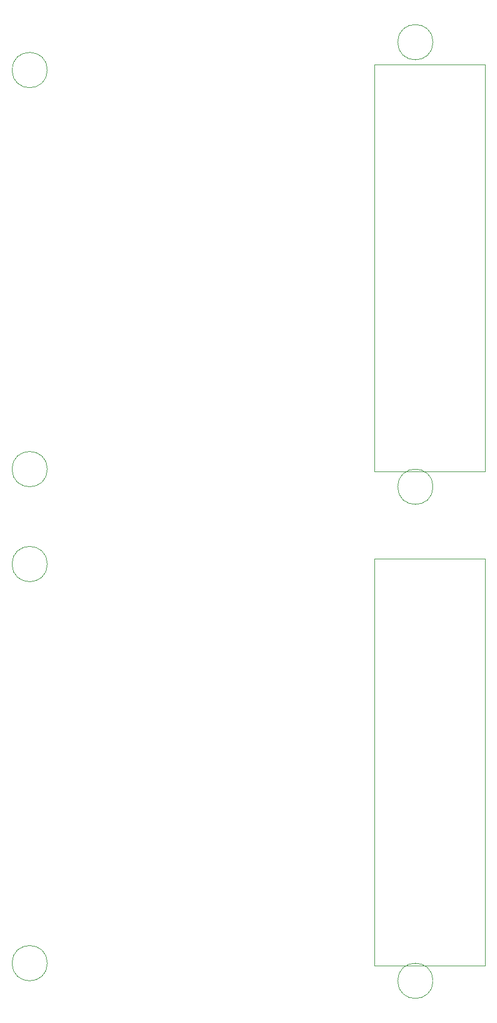
<source format=gbr>
%TF.GenerationSoftware,KiCad,Pcbnew,7.0.10-7.0.10~ubuntu22.04.1*%
%TF.CreationDate,2024-03-14T13:40:30-04:00*%
%TF.ProjectId,dioBreakOutBoard,64696f42-7265-4616-9b4f-7574426f6172,rev?*%
%TF.SameCoordinates,Original*%
%TF.FileFunction,Other,User*%
%FSLAX46Y46*%
G04 Gerber Fmt 4.6, Leading zero omitted, Abs format (unit mm)*
G04 Created by KiCad (PCBNEW 7.0.10-7.0.10~ubuntu22.04.1) date 2024-03-14 13:40:30*
%MOMM*%
%LPD*%
G01*
G04 APERTURE LIST*
%ADD10C,0.050000*%
G04 APERTURE END LIST*
D10*
%TO.C,H2*%
X232900000Y-22750000D02*
G75*
G03*
X227900000Y-22750000I-2500000J0D01*
G01*
X227900000Y-22750000D02*
G75*
G03*
X232900000Y-22750000I2500000J0D01*
G01*
%TO.C,H1*%
X178300000Y-26700000D02*
G75*
G03*
X173300000Y-26700000I-2500000J0D01*
G01*
X173300000Y-26700000D02*
G75*
G03*
X178300000Y-26700000I2500000J0D01*
G01*
%TO.C,J2*%
X240240000Y-83620000D02*
X240240000Y-25950000D01*
X240240000Y-83620000D02*
X224560000Y-83620000D01*
X240240000Y-25950000D02*
X224560000Y-25950000D01*
X224560000Y-83620000D02*
X224560000Y-25950000D01*
%TO.C,H5*%
X178300000Y-153250000D02*
G75*
G03*
X173300000Y-153250000I-2500000J0D01*
G01*
X173300000Y-153250000D02*
G75*
G03*
X178300000Y-153250000I2500000J0D01*
G01*
%TO.C,H4*%
X232900000Y-85750000D02*
G75*
G03*
X227900000Y-85750000I-2500000J0D01*
G01*
X227900000Y-85750000D02*
G75*
G03*
X232900000Y-85750000I2500000J0D01*
G01*
%TO.C,H7*%
X178300000Y-96700000D02*
G75*
G03*
X173300000Y-96700000I-2500000J0D01*
G01*
X173300000Y-96700000D02*
G75*
G03*
X178300000Y-96700000I2500000J0D01*
G01*
%TO.C,H6*%
X232900000Y-155750000D02*
G75*
G03*
X227900000Y-155750000I-2500000J0D01*
G01*
X227900000Y-155750000D02*
G75*
G03*
X232900000Y-155750000I2500000J0D01*
G01*
%TO.C,P1*%
X240240000Y-153610000D02*
X240240000Y-95940000D01*
X240240000Y-153610000D02*
X224560000Y-153610000D01*
X240240000Y-95940000D02*
X224560000Y-95940000D01*
X224560000Y-153610000D02*
X224560000Y-95940000D01*
%TO.C,H3*%
X178300000Y-83250000D02*
G75*
G03*
X173300000Y-83250000I-2500000J0D01*
G01*
X173300000Y-83250000D02*
G75*
G03*
X178300000Y-83250000I2500000J0D01*
G01*
%TD*%
M02*

</source>
